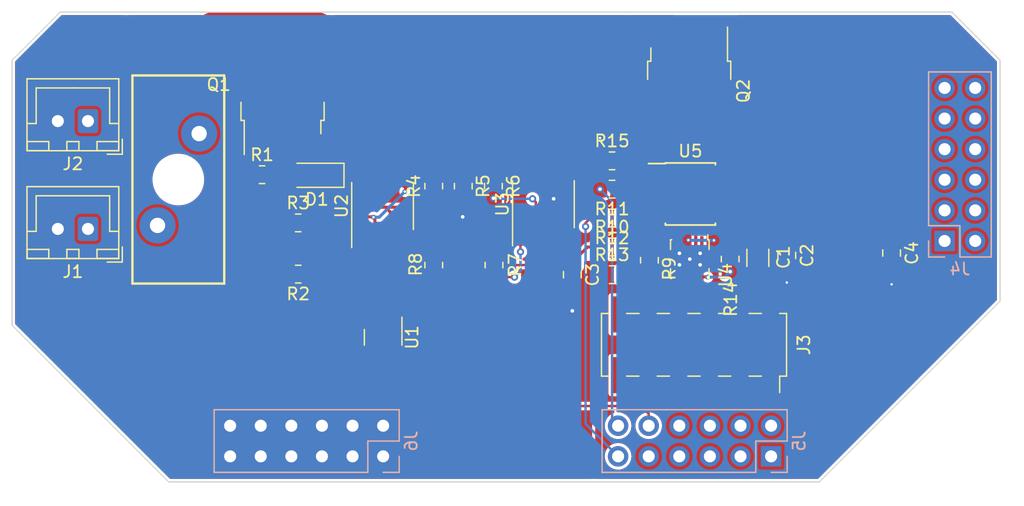
<source format=kicad_pcb>
(kicad_pcb (version 20211014) (generator pcbnew)
  (layers (0 "F.Cu" signal) (31 "B.Cu" signal) (34 "B.Paste" user) (35 "F.Paste" user) (36 "B.SilkS" user "B.Silkscreen") (37 "F.SilkS" user "F.Silkscreen") (38 "B.Mask" user) (39 "F.Mask" user) (44 "Edge.Cuts" user))
  (net 0 "")
  (net 1 "Net-(R9-Pad1)")
  (net 2 "Net-(C1-Pad1)")
  (net 3 "VCC")
  (net 4 "Net-(Q2-Pad1)")
  (net 5 "Net-(R7-Pad1)")
  (net 6 "Net-(R6-Pad2)")
  (net 7 "Net-(R4-Pad2)")
  (net 8 "-BATT")
  (net 9 "Net-(R3-Pad2)")
  (net 10 "Net-(R2-Pad1)")
  (net 11 "Net-(D1-Pad2)")
  (net 12 "/IS")
  (net 13 "Net-(R10-Pad2)")
  (net 14 "Net-(R11-Pad1)")
  (net 15 "/IN")
  (net 16 "Net-(R12-Pad1)")
  (net 17 "/ST1")
  (net 18 "Net-(R14-Pad2)")
  (net 19 "Net-(R15-Pad2)")
  (net 20 "Net-(F1-Pad1)")
  (net 22 "/OUT")
  (net 27 "+12V")
  (net 28 "+5V")
  (net 31 "/EN")
  (net 32 "/PG")
  (net 33 "+BATT")
  (footprint "Package_TO_SOT_SMD:SOT-23" (layer "F.Cu") (at 63.8 108 -90)
    (fp_text reference "U1" (at 0 -2.4 90) (layer "F.SilkS"))
    (fp_text value "TL431DBZ")
    (pad "1" smd roundrect (at -0.9375 -0.95 270) (size 1.475 0.6) (layers "F.Cu" "F.Paste" "F.Mask") (net 10 "Net-(R2-Pad1)"))
    (pad "2" smd roundrect (at -0.9375 0.95 270) (size 1.475 0.6) (layers "F.Cu" "F.Paste" "F.Mask") (net 10 "Net-(R2-Pad1)"))
    (pad "3" smd roundrect (at 0.9375 0 270) (size 1.475 0.6) (layers "F.Cu" "F.Paste" "F.Mask") (net 8 "-BATT"))
  )
  (footprint "Resistor_SMD:R_0805_2012Metric_Pad1.20x1.40mm_HandSolder" (layer "F.Cu") (at 85.9 101.6 -90)
    (fp_text reference "R9" (at 0.7 -1.65 90) (layer "F.SilkS"))
    (fp_text value "10k")
    (pad "1" smd roundrect (at -1 0 270) (size 1.2 1.4) (layers "F.Cu" "F.Paste" "F.Mask") (roundrect_rratio 0.208333) (net 1 "Net-(R9-Pad1)"))
    (pad "2" smd roundrect (at 1 0 270) (size 1.2 1.4) (layers "F.Cu" "F.Paste" "F.Mask") (roundrect_rratio 0.208333) (net 2 "Net-(C1-Pad1)"))
  )
  (footprint "Connector_PinSocket_2.54mm:PinSocket_2x06_P2.54mm_Vertical_SMD" (layer "F.Cu") (at 89.6 108.6175 -90)
    (fp_text reference "J3" (at 0 -9.12 90) (layer "F.SilkS"))
    (fp_text value "5V BUCK")
    (pad "1" smd rect (at 2.52 -6.35 270) (size 3 1) (layers "F.Cu" "F.Paste" "F.Mask") (net 28 "+5V"))
    (pad "2" smd rect (at -2.52 -6.35 270) (size 3 1) (layers "F.Cu" "F.Paste" "F.Mask") (net 28 "+5V"))
    (pad "3" smd rect (at 2.52 -3.81 270) (size 3 1) (layers "F.Cu" "F.Paste" "F.Mask") (net 8 "-BATT"))
    (pad "4" smd rect (at -2.52 -3.81 270) (size 3 1) (layers "F.Cu" "F.Paste" "F.Mask") (net 8 "-BATT"))
    (pad "5" smd rect (at 2.52 -1.27 270) (size 3 1) (layers "F.Cu" "F.Paste" "F.Mask") (net 8 "-BATT"))
    (pad "6" smd rect (at -2.52 -1.27 270) (size 3 1) (layers "F.Cu" "F.Paste" "F.Mask") (net 8 "-BATT"))
    (pad "7" smd rect (at 2.52 1.27 270) (size 3 1) (layers "F.Cu" "F.Paste" "F.Mask") (net 22 "/OUT"))
    (pad "8" smd rect (at -2.52 1.27 270) (size 3 1) (layers "F.Cu" "F.Paste" "F.Mask") (net 22 "/OUT"))
    (pad "9" smd rect (at 2.52 3.81 270) (size 3 1) (layers "F.Cu" "F.Paste" "F.Mask"))
    (pad "10" smd rect (at -2.52 3.81 270) (size 3 1) (layers "F.Cu" "F.Paste" "F.Mask"))
    (pad "11" smd rect (at 2.52 6.35 270) (size 3 1) (layers "F.Cu" "F.Paste" "F.Mask") (net 31 "/EN"))
    (pad "12" smd rect (at -2.52 6.35 270) (size 3 1) (layers "F.Cu" "F.Paste" "F.Mask") (net 32 "/PG"))
  )
  (footprint "Package_TO_SOT_SMD:TO-252-2" (layer "F.Cu") (at 89.2 87.55 -90)
    (fp_text reference "Q2" (at 0 -4.5 90) (layer "F.SilkS"))
    (fp_text value "RV")
    (pad "1" smd rect (at -4.2 -2.28 270) (size 2.2 1.2) (layers "F.Cu" "F.Paste" "F.Mask") (net 4 "Net-(Q2-Pad1)"))
    (pad "2" smd rect (at 2.1 0 270) (size 6.4 5.8) (layers "F.Cu" "F.Mask") (net 2 "Net-(C1-Pad1)"))
    (pad "3" smd rect (at -4.2 2.28 270) (size 2.2 1.2) (layers "F.Cu" "F.Paste" "F.Mask") (net 3 "VCC"))
  )
  (footprint "Resistor_SMD:R_0805_2012Metric_Pad1.20x1.40mm_HandSolder" (layer "F.Cu") (at 82.8 93.35)
    (fp_text reference "R15" (at 0 -1.65) (layer "F.SilkS"))
    (fp_text value "47R")
    (pad "1" smd roundrect (at -1 0) (size 1.2 1.4) (layers "F.Cu" "F.Paste" "F.Mask") (roundrect_rratio 0.208333) (net 8 "-BATT"))
    (pad "2" smd roundrect (at 1 0) (size 1.2 1.4) (layers "F.Cu" "F.Paste" "F.Mask") (roundrect_rratio 0.208333) (net 19 "Net-(R15-Pad2)"))
  )
  (footprint "Diode_SMD:D_SOD-123" (layer "F.Cu") (at 58.3 94.55 180)
    (fp_text reference "D1" (at 0 -2) (layer "F.SilkS"))
    (fp_text value "Z")
    (pad "1" smd rect (at -1.65 0 180) (size 0.9 1.2) (layers "F.Cu" "F.Paste" "F.Mask") (net 3 "VCC"))
    (pad "2" smd rect (at 1.65 0 180) (size 0.9 1.2) (layers "F.Cu" "F.Paste" "F.Mask") (net 11 "Net-(D1-Pad2)"))
  )
  (footprint "Resistor_SMD:R_0805_2012Metric_Pad1.20x1.40mm_HandSolder" (layer "F.Cu") (at 73 102 90)
    (fp_text reference "R7" (at 0 1.75 90) (layer "F.SilkS"))
    (fp_text value "100k")
    (pad "1" smd roundrect (at -1 0 90) (size 1.2 1.4) (layers "F.Cu" "F.Paste" "F.Mask") (roundrect_rratio 0.208333) (net 5 "Net-(R7-Pad1)"))
    (pad "2" smd roundrect (at 1 0 90) (size 1.2 1.4) (layers "F.Cu" "F.Paste" "F.Mask") (roundrect_rratio 0.208333) (net 3 "VCC"))
  )
  (footprint "Capacitor_SMD:C_1206_3216Metric_Pad1.33x1.80mm_HandSolder" (layer "F.Cu") (at 94.9 101.4 -90)
    (fp_text reference "C1" (at -0.05 -2.125 90) (layer "F.SilkS"))
    (fp_text value "1u")
    (pad "1" smd roundrect (at -1.5625 0 270) (size 1.325 1.8) (layers "F.Cu" "F.Paste" "F.Mask") (roundrect_rratio 0.188679) (net 2 "Net-(C1-Pad1)"))
    (pad "2" smd roundrect (at 1.5625 0 270) (size 1.325 1.8) (layers "F.Cu" "F.Paste" "F.Mask") (roundrect_rratio 0.188679) (net 8 "-BATT"))
  )
  (footprint "Resistor_SMD:R_0805_2012Metric_Pad1.20x1.40mm_HandSolder" (layer "F.Cu") (at 56.75 102.75 180)
    (fp_text reference "R2" (at 0 -1.65) (layer "F.SilkS"))
    (fp_text value "1k")
    (pad "1" smd roundrect (at -1 0 180) (size 1.2 1.4) (layers "F.Cu" "F.Paste" "F.Mask") (roundrect_rratio 0.208333) (net 10 "Net-(R2-Pad1)"))
    (pad "2" smd roundrect (at 1 0 180) (size 1.2 1.4) (layers "F.Cu" "F.Paste" "F.Mask") (roundrect_rratio 0.208333) (net 3 "VCC"))
  )
  (footprint "Package_SO:SOIC-8_3.9x4.9mm_P1.27mm" (layer "F.Cu") (at 63.75 97.1 90)
    (fp_text reference "U2" (at 0 -3.4 90) (layer "F.SilkS"))
    (fp_text value "LM393BIDR")
    (pad "1" smd roundrect (at -2.475 -1.905 90) (size 1.95 0.6) (layers "F.Cu" "F.Paste" "F.Mask") (net 5 "Net-(R7-Pad1)"))
    (pad "2" smd roundrect (at -2.475 -0.635 90) (size 1.95 0.6) (layers "F.Cu" "F.Paste" "F.Mask") (net 10 "Net-(R2-Pad1)"))
    (pad "3" smd roundrect (at -2.475 0.635 90) (size 1.95 0.6) (layers "F.Cu" "F.Paste" "F.Mask") (net 9 "Net-(R3-Pad2)"))
    (pad "4" smd roundrect (at -2.475 1.905 90) (size 1.95 0.6) (layers "F.Cu" "F.Paste" "F.Mask") (net 8 "-BATT"))
    (pad "5" smd roundrect (at 2.475 1.905 90) (size 1.95 0.6) (layers "F.Cu" "F.Paste" "F.Mask") (net 10 "Net-(R2-Pad1)"))
    (pad "6" smd roundrect (at 2.475 0.635 90) (size 1.95 0.6) (layers "F.Cu" "F.Paste" "F.Mask") (net 7 "Net-(R4-Pad2)"))
    (pad "7" smd roundrect (at 2.475 -0.635 90) (size 1.95 0.6) (layers "F.Cu" "F.Paste" "F.Mask") (net 6 "Net-(R6-Pad2)"))
    (pad "8" smd roundrect (at 2.475 -1.905 90) (size 1.95 0.6) (layers "F.Cu" "F.Paste" "F.Mask") (net 3 "VCC"))
  )
  (footprint "Resistor_SMD:R_0805_2012Metric_Pad1.20x1.40mm_HandSolder" (layer "F.Cu") (at 72.95 95.45 -90)
    (fp_text reference "R6" (at 0 -1.65 90) (layer "F.SilkS"))
    (fp_text value "100k")
    (pad "1" smd roundrect (at -1 0 270) (size 1.2 1.4) (layers "F.Cu" "F.Paste" "F.Mask") (roundrect_rratio 0.208333) (net 3 "VCC"))
    (pad "2" smd roundrect (at 1 0 270) (size 1.2 1.4) (layers "F.Cu" "F.Paste" "F.Mask") (roundrect_rratio 0.208333) (net 6 "Net-(R6-Pad2)"))
  )
  (footprint "Resistor_SMD:R_0805_2012Metric_Pad1.20x1.40mm_HandSolder" (layer "F.Cu") (at 70.45 95.45 -90)
    (fp_text reference "R5" (at 0 -1.65 90) (layer "F.SilkS"))
    (fp_text value "20k")
    (pad "1" smd roundrect (at -1 0 270) (size 1.2 1.4) (layers "F.Cu" "F.Paste" "F.Mask") (roundrect_rratio 0.208333) (net 7 "Net-(R4-Pad2)"))
    (pad "2" smd roundrect (at 1 0 270) (size 1.2 1.4) (layers "F.Cu" "F.Paste" "F.Mask") (roundrect_rratio 0.208333) (net 8 "-BATT"))
  )
  (footprint "Package_SON:VSON-10-1EP_3x3mm_P0.5mm_EP1.65x2.4mm_ThermalVias" (layer "F.Cu") (at 89.25 101.503022 -90)
    (fp_text reference "U4" (at 1.325755 -2.974245 90) (layer "F.SilkS"))
    (fp_text value "TPS2592xx")
    (pad "1" smd rect (at -1.475 -1 270) (size 0.85 0.28) (layers "F.Cu" "F.Paste" "F.Mask"))
    (pad "2" smd rect (at -1.475 -0.5 270) (size 0.85 0.28) (layers "F.Cu" "F.Paste" "F.Mask") (net 1 "Net-(R9-Pad1)"))
    (pad "3" smd rect (at -1.475 0 270) (size 0.85 0.28) (layers "F.Cu" "F.Paste" "F.Mask") (net 2 "Net-(C1-Pad1)"))
    (pad "4" smd rect (at -1.475 0.5 270) (size 0.85 0.28) (layers "F.Cu" "F.Paste" "F.Mask") (net 2 "Net-(C1-Pad1)"))
    (pad "5" smd rect (at -1.475 1 270) (size 0.85 0.28) (layers "F.Cu" "F.Paste" "F.Mask") (net 2 "Net-(C1-Pad1)"))
    (pad "6" smd rect (at 1.475 1 270) (size 0.85 0.28) (layers "F.Cu" "F.Paste" "F.Mask") (net 22 "/OUT"))
    (pad "7" smd rect (at 1.475 0.5 270) (size 0.85 0.28) (layers "F.Cu" "F.Paste" "F.Mask") (net 22 "/OUT"))
    (pad "8" smd rect (at 1.475 0 270) (size 0.85 0.28) (layers "F.Cu" "F.Paste" "F.Mask") (net 22 "/OUT"))
    (pad "9" smd rect (at 1.475 -0.5 270) (size 0.85 0.28) (layers "F.Cu" "F.Paste" "F.Mask"))
    (pad "10" smd rect (at 1.475 -1 270) (size 0.85 0.28) (layers "F.Cu" "F.Paste" "F.Mask") (net 18 "Net-(R14-Pad2)"))
    (pad "11" thru_hole circle (at 0 0 270) (size 0.6 0.6) (drill 0.3) (layers *.Cu) (net 8 "-BATT"))
    (pad "11" smd rect (at -0.25 -1.55 270) (size 0.28 0.7) (layers "F.Cu" "F.Paste" "F.Mask") (net 8 "-BATT"))
    (pad "11" smd rect (at 0.25 1.55 270) (size 0.28 0.7) (layers "F.Cu" "F.Paste" "F.Mask") (net 8 "-BATT"))
    (pad "11" smd rect (at 0 0 270) (size 1.65 2.4) (layers "F.Cu" "F.Mask") (net 8 "-BATT"))
    (pad "11" thru_hole circle (at -0.48 -0.86 270) (size 0.6 0.6) (drill 0.3) (layers *.Cu) (net 8 "-BATT"))
    (pad "11" smd rect (at 0 0 270) (size 1.65 2.4) (layers "B.Cu") (net 8 "-BATT"))
    (pad "11" smd rect (at -0.25 1.55 270) (size 0.28 0.7) (layers "F.Cu" "F.Paste" "F.Mask") (net 8 "-BATT"))
    (pad "11" thru_hole circle (at 0.48 0.86 270) (size 0.6 0.6) (drill 0.3) (layers *.Cu) (net 8 "-BATT"))
    (pad "11" smd rect (at 0.25 -1.55 270) (size 0.28 0.7) (layers "F.Cu" "F.Paste" "F.Mask") (net 8 "-BATT"))
    (pad "11" thru_hole circle (at 0.48 -0.86 270) (size 0.6 0.6) (drill 0.3) (layers *.Cu) (net 8 "-BATT"))
    (pad "11" thru_hole circle (at -0.48 0.86 270) (size 0.6 0.6) (drill 0.3) (layers *.Cu) (net 8 "-BATT"))
  )
  (footprint "Package_SO:Infineon_PG-TSDSO-14-22" (layer "F.Cu") (at 89.3 96.1)
    (fp_text reference "U5" (at 0 -3.556) (layer "F.SilkS"))
    (fp_text value "BTS7004-1EPP")
    (pad "1" smd rect (at -2.85 -1.95) (size 1.31 0.45) (layers "F.Cu" "F.Paste" "F.Mask") (net 19 "Net-(R15-Pad2)"))
    (pad "2" smd rect (at -2.85 -1.3) (size 1.31 0.45) (layers "F.Cu" "F.Paste" "F.Mask") (net 14 "Net-(R11-Pad1)"))
    (pad "3" smd rect (at -2.85 -0.65) (size 1.31 0.45) (layers "F.Cu" "F.Paste" "F.Mask") (net 16 "Net-(R12-Pad1)"))
    (pad "4" smd rect (at -2.845 0) (size 1.31 0.45) (layers "F.Cu" "F.Paste" "F.Mask") (net 13 "Net-(R10-Pad2)"))
    (pad "5" smd rect (at -2.85 0.65) (size 1.31 0.45) (layers "F.Cu" "F.Paste" "F.Mask"))
    (pad "6" smd rect (at -2.85 1.3) (size 1.31 0.45) (layers "F.Cu" "F.Paste" "F.Mask"))
    (pad "7" smd rect (at -2.85 1.95) (size 1.31 0.45) (layers "F.Cu" "F.Paste" "F.Mask"))
    (pad "8" smd rect (at 2.85 1.95) (size 1.31 0.45) (layers "F.Cu" "F.Paste" "F.Mask") (net 27 "+12V"))
    (pad "9" smd rect (at 2.85 1.3) (size 1.31 0.45) (layers "F.Cu" "F.Paste" "F.Mask") (net 27 "+12V"))
    (pad "10" smd rect (at 2.85 0.65) (size 1.31 0.45) (layers "F.Cu" "F.Paste" "F.Mask") (net 27 "+12V"))
    (pad "11" smd rect (at 2.85 0) (size 1.31 0.45) (layers "F.Cu" "F.Paste" "F.Mask") (net 27 "+12V"))
    (pad "12" smd rect (at 2.85 -0.65) (size 1.31 0.45) (layers "F.Cu" "F.Paste" "F.Mask") (net 27 "+12V"))
    (pad "13" smd rect (at 2.85 -1.3) (size 1.31 0.45) (layers "F.Cu" "F.Paste" "F.Mask") (net 27 "+12V"))
    (pad "14" smd rect (at 2.85 -1.95) (size 1.31 0.45) (layers "F.Cu" "F.Paste" "F.Mask") (net 27 "+12V"))
    (pad "15" smd rect (at 0 0) (size 2.65 4) (layers "F.Cu" "F.Mask") (net 2 "Net-(C1-Pad1)"))
  )
  (footprint "Package_SO:SOIC-8_3.9x4.9mm_P1.27mm" (layer "F.Cu") (at 77.1 96.95 90)
    (fp_text reference "U3" (at 0 -3.4 90) (layer "F.SilkS"))
    (fp_text value "CD40107BPSR")
    (pad "1" smd roundrect (at -2.475 -1.905 90) (size 1.95 0.6) (layers "F.Cu" "F.Paste" "F.Mask") (net 5 "Net-(R7-Pad1)"))
    (pad "2" smd roundrect (at -2.475 -0.635 90) (size 1.95 0.6) (layers "F.Cu" "F.Paste" "F.Mask") (net 6 "Net-(R6-Pad2)"))
    (pad "3" smd roundrect (at -2.475 0.635 90) (size 1.95 0.6) (layers "F.Cu" "F.Paste" "F.Mask") (net 8 "-BATT"))
    (pad "4" smd roundrect (at -2.475 1.905 90) (size 1.95 0.6) (layers "F.Cu" "F.Paste" "F.Mask") (net 4 "Net-(Q2-Pad1)"))
    (pad "5" smd roundrect (at 2.475 1.905 90) (size 1.95 0.6) (layers "F.Cu" "F.Paste" "F.Mask") (net 3 "VCC"))
    (pad "6" smd roundrect (at 2.475 0.635 90) (size 1.95 0.6) (layers "F.Cu" "F.Paste" "F.Mask"))
    (pad "7" smd roundrect (at 2.475 -0.635 90) (size 1.95 0.6) (layers "F.Cu" "F.Paste" "F.Mask"))
    (pad "8" smd roundrect (at 2.475 -1.905 90) (size 1.95 0.6) (layers "F.Cu" "F.Paste" "F.Mask"))
  )
  (footprint "Capacitor_SMD:C_0805_2012Metric_Pad1.18x1.45mm_HandSolder" (layer "F.Cu") (at 97.3 101.2 -90)
    (fp_text reference "C2" (at 0 -1.68 90) (layer "F.SilkS"))
    (fp_text value "100n")
    (pad "1" smd roundrect (at -1.0375 0 270) (size 1.175 1.45) (layers "F.Cu" "F.Paste" "F.Mask") (roundrect_rratio 0.212766) (net 2 "Net-(C1-Pad1)"))
    (pad "2" smd roundrect (at 1.0375 0 270) (size 1.175 1.45) (layers "F.Cu" "F.Paste" "F.Mask") (roundrect_rratio 0.212766) (net 8 "-BATT"))
  )
  (footprint "Resistor_SMD:R_0805_2012Metric_Pad1.20x1.40mm_HandSolder" (layer "F.Cu") (at 56.75 98.5)
    (fp_text reference "R3" (at 0 -1.65) (layer "F.SilkS"))
    (fp_text value "75k")
    (pad "1" smd roundrect (at -1 0) (size 1.2 1.4) (layers "F.Cu" "F.Paste" "F.Mask") (roundrect_rratio 0.208333) (net 3 "VCC"))
    (pad "2" smd roundrect (at 1 0) (size 1.2 1.4) (layers "F.Cu" "F.Paste" "F.Mask") (roundrect_rratio 0.208333) (net 9 "Net-(R3-Pad2)"))
  )
  (footprint "Capacitor_SMD:C_0805_2012Metric_Pad1.18x1.45mm_HandSolder" (layer "F.Cu") (at 79.5 102.8 -90)
    (fp_text reference "C3" (at 0 -1.68 90) (layer "F.SilkS"))
    (fp_text value "100n")
    (pad "1" smd roundrect (at -1.0375 0 270) (size 1.175 1.45) (layers "F.Cu" "F.Paste" "F.Mask") (roundrect_rratio 0.212766) (net 12 "/IS"))
    (pad "2" smd roundrect (at 1.0375 0 270) (size 1.175 1.45) (layers "F.Cu" "F.Paste" "F.Mask") (roundrect_rratio 0.212766) (net 8 "-BATT"))
  )
  (footprint "Capacitor_SMD:C_0805_2012Metric_Pad1.18x1.45mm_HandSolder" (layer "F.Cu") (at 106 101 -90)
    (fp_text reference "C4" (at 0 -1.68 90) (layer "F.SilkS"))
    (fp_text value "10n")
    (pad "1" smd roundrect (at -1.0375 0 270) (size 1.175 1.45) (layers "F.Cu" "F.Paste" "F.Mask") (roundrect_rratio 0.212766) (net 27 "+12V"))
    (pad "2" smd roundrect (at 1.0375 0 270) (size 1.175 1.45) (layers "F.Cu" "F.Paste" "F.Mask") (roundrect_rratio 0.212766) (net 8 "-BATT"))
  )
  (footprint "Package_TO_SOT_SMD:TO-252-2" (layer "F.Cu") (at 55.45 87.525 90)
    (fp_text reference "Q1" (at 0.5 -5.3) (layer "F.SilkS"))
    (fp_text value "RV")
    (pad "1" smd rect (at -4.2 -2.28 90) (size 2.2 1.2) (layers "F.Cu" "F.Paste" "F.Mask") (net 11 "Net-(D1-Pad2)"))
    (pad "2" smd rect (at 2.1 0 90) (size 6.4 5.8) (layers "F.Cu" "F.Mask") (net 20 "Net-(F1-Pad1)"))
    (pad "3" smd rect (at -4.2 2.28 90) (size 2.2 1.2) (layers "F.Cu" "F.Paste" "F.Mask") (net 3 "VCC"))
  )
  (footprint "Resistor_SMD:R_0805_2012Metric_Pad1.20x1.40mm_HandSolder" (layer "F.Cu") (at 68 102 -90)
    (fp_text reference "R8" (at -0.05 1.5 90) (layer "F.SilkS"))
    (fp_text value "1M")
    (pad "1" smd roundrect (at -1 0 270) (size 1.2 1.4) (layers "F.Cu" "F.Paste" "F.Mask") (roundrect_rratio 0.208333) (net 3 "VCC"))
    (pad "2" smd roundrect (at 1 0 270) (size 1.2 1.4) (layers "F.Cu" "F.Paste" "F.Mask") (roundrect_rratio 0.208333) (net 4 "Net-(Q2-Pad1)"))
  )
  (footprint "Connector_JST:JST_XH_B2B-XH-A_1x02_P2.50mm_Vertical" (layer "F.Cu") (at 39.3 90.05 180)
    (fp_text reference "J2" (at 1.25 -3.55) (layer "F.SilkS"))
    (fp_text value "BATT_2")
    (pad "1" thru_hole roundrect (at 0 0 180) (size 1.7 2) (drill 1) (layers *.Cu *.Mask) (roundrect_rratio 0.147059) (net 33 "+BATT"))
    (pad "2" thru_hole oval (at 2.5 0 180) (size 1.7 2) (drill 1) (layers *.Cu *.Mask) (net 8 "-BATT"))
  )
  (footprint "Resistor_SMD:R_0805_2012Metric_Pad1.20x1.40mm_HandSolder" (layer "F.Cu") (at 82.8 98.1 180)
    (fp_text reference "R12" (at 0 -1.65) (layer "F.SilkS"))
    (fp_text value "4.7k")
    (pad "1" smd roundrect (at -1 0 180) (size 1.2 1.4) (layers "F.Cu" "F.Paste" "F.Mask") (roundrect_rratio 0.208333) (net 16 "Net-(R12-Pad1)"))
    (pad "2" smd roundrect (at 1 0 180) (size 1.2 1.4) (layers "F.Cu" "F.Paste" "F.Mask") (roundrect_rratio 0.208333) (net 17 "/ST1"))
  )
  (footprint "Resistor_SMD:R_0805_2012Metric_Pad1.20x1.40mm_HandSolder" (layer "F.Cu") (at 82.8 95.7 180)
    (fp_text reference "R11" (at 0 -1.65) (layer "F.SilkS"))
    (fp_text value "4.7k")
    (pad "1" smd roundrect (at -1 0 180) (size 1.2 1.4) (layers "F.Cu" "F.Paste" "F.Mask") (roundrect_rratio 0.208333) (net 14 "Net-(R11-Pad1)"))
    (pad "2" smd roundrect (at 1 0 180) (size 1.2 1.4) (layers "F.Cu" "F.Paste" "F.Mask") (roundrect_rratio 0.208333) (net 15 "/IN"))
  )
  (footprint "BUCKY_POWER:01530008" (layer "F.Cu") (at 46.8 94.9)
    (fp_text reference "F1" (at 0.05 0) (layer "F.SilkS") (effects (font (size 1.27 1.27) (thickness 0.254))))
    (fp_text value "Fuse" hide)
    (pad "" np_thru_hole circle (at 0 0) (size 3.7846 3.7846) (drill 3.7846) (layers *.Cu *.Mask))
    (pad "1" thru_hole circle (at 1.7272 -3.81) (size 3 3) (drill 1.27) (layers *.Cu *.Mask) (net 20 "Net-(F1-Pad1)"))
    (pad "2" thru_hole circle (at -1.7272 3.81) (size 3 3) (drill 1.27) (layers *.Cu *.Mask) (net 33 "+BATT"))
  )
  (footprint "Resistor_SMD:R_0805_2012Metric_Pad1.20x1.40mm_HandSolder" (layer "F.Cu") (at 92.6 101.5 -90)
    (fp_text reference "R14" (at 3.35 -0.05 90) (layer "F.SilkS"))
    (fp_text value "68k")
    (pad "1" smd roundrect (at -1 0 270) (size 1.2 1.4) (layers "F.Cu" "F.Paste" "F.Mask") (roundrect_rratio 0.208333) (net 2 "Net-(C1-Pad1)"))
    (pad "2" smd roundrect (at 1 0 270) (size 1.2 1.4) (layers "F.Cu" "F.Paste" "F.Mask") (roundrect_rratio 0.208333) (net 18 "Net-(R14-Pad2)"))
  )
  (footprint "Resistor_SMD:R_0805_2012Metric_Pad1.20x1.40mm_HandSolder" (layer "F.Cu") (at 82.8 100.5)
    (fp_text reference "R10" (at 0 -1.65) (layer "F.SilkS"))
    (fp_text value "4.7k")
    (pad "1" smd roundrect (at -1 0) (size 1.2 1.4) (layers "F.Cu" "F.Paste" "F.Mask") (roundrect_rratio 0.208333) (net 12 "/IS"))
    (pad "2" smd roundrect (at 1 0) (size 1.2 1.4) (layers "F.Cu" "F.Paste" "F.Mask") (roundrect_rratio 0.208333) (net 13 "Net-(R10-Pad2)"))
  )
  (footprint "Connector_JST:JST_XH_B2B-XH-A_1x02_P2.50mm_Vertical" (layer "F.Cu") (at 39.3 99 180)
    (fp_text reference "J1" (at 1.25 -3.55) (layer "F.SilkS"))
    (fp_text value "BATT_1")
    (pad "1" thru_hole roundrect (at 0 0 180) (size 1.7 2) (drill 1) (layers *.Cu *.Mask) (roundrect_rratio 0.147059) (net 33 "+BATT"))
    (pad "2" thru_hole oval (at 2.5 0 180) (size 1.7 2) (drill 1) (layers *.Cu *.Mask) (net 8 "-BATT"))
  )
  (footprint "Resistor_SMD:R_0805_2012Metric_Pad1.20x1.40mm_HandSolder" (layer "F.Cu") (at 68 95.45 90)
    (fp_text reference "R4" (at 0 -1.65 90) (layer "F.SilkS"))
    (fp_text value "10k")
    (pad "1" smd roundrect (at -1 0 90) (size 1.2 1.4) (layers "F.Cu" "F.Paste" "F.Mask") (roundrect_rratio 0.208333) (net 9 "Net-(R3-Pad2)"))
    (pad "2" smd roundrect (at 1 0 90) (size 1.2 1.4) (layers "F.Cu" "F.Paste" "F.Mask") (roundrect_rratio 0.208333) (net 7 "Net-(R4-Pad2)"))
  )
  (footprint "Resistor_SMD:R_0805_2012Metric_Pad1.20x1.40mm_HandSolder" (layer "F.Cu") (at 53.75 94.5)
    (fp_text reference "R1" (at 0 -1.65) (layer "F.SilkS"))
    (fp_text value "10k")
    (pad "1" smd roundrect (at -1 0) (size 1.2 1.4) (layers "F.Cu" "F.Paste" "F.Mask") (roundrect_rratio 0.208333) (net 8 "-BATT"))
    (pad "2" smd roundrect (at 1 0) (size 1.2 1.4) (layers "F.Cu" "F.Paste" "F.Mask") (roundrect_rratio 0.208333) (net 11 "Net-(D1-Pad2)"))
  )
  (footprint "Resistor_SMD:R_0805_2012Metric_Pad1.20x1.40mm_HandSolder" (layer "F.Cu") (at 82.8 102.8)
    (fp_text reference "R13" (at 0 -1.65) (layer "F.SilkS"))
    (fp_text value "1.2k")
    (pad "1" smd roundrect (at -1 0) (size 1.2 1.4) (layers "F.Cu" "F.Paste" "F.Mask") (roundrect_rratio 0.208333) (net 8 "-BATT"))
    (pad "2" smd roundrect (at 1 0) (size 1.2 1.4) (layers "F.Cu" "F.Paste" "F.Mask") (roundrect_rratio 0.208333) (net 13 "Net-(R10-Pad2)"))
  )
  (footprint "Connector_PinHeader_2.54mm:PinHeader_2x06_P2.54mm_Vertical" (layer "B.Cu") (at 63.8 117.875 90)
    (fp_text reference "J6" (at 1.27 2.33 90) (layer "B.SilkS") (effects (justify mirror)))
    (fp_text value "GND")
    (pad "1" thru_hole rect (at 0 0 90) (size 1.7 1.7) (drill 1) (layers *.Cu *.Mask) (net 8 "-BATT"))
    (pad "2" thru_hole oval (at 2.54 0 90) (size 1.7 1.7) (drill 1) (layers *.Cu *.Mask) (net 8 "-BATT"))
    (pad "3" thru_hole oval (at 0 -2.54 90) (size 1.7 1.7) (drill 1) (layers *.Cu *.Mask) (net 8 "-BATT"))
    (pad "4" thru_hole oval (at 2.54 -2.54 90) (size 1.7 1.7) (drill 1) (layers *.Cu *.Mask) (net 8 "-BATT"))
    (pad "5" thru_hole oval (at 0 -5.08 90) (size 1.7 1.7) (drill 1) (layers *.Cu *.Mask) (net 8 "-BATT"))
    (pad "6" thru_hole oval (at 2.54 -5.08 90) (size 1.7 1.7) (drill 1) (layers *.Cu *.Mask) (net 8 "-BATT"))
    (pad "7" thru_hole oval (at 0 -7.62 90) (size 1.7 1.7) (drill 1) (layers *.Cu *.Mask) (net 8 "-BATT"))
    (pad "8" thru_hole oval (at 2.54 -7.62 90) (size 1.7 1.7) (drill 1) (layers *.Cu *.Mask) (net 8 "-BATT"))
    (pad "9" thru_hole oval (at 0 -10.16 90) (size 1.7 1.7) (drill 1) (layers *.Cu *.Mask) (net 8 "-BATT"))
    (pad "10" thru_hole oval (at 2.54 -10.16 90) (size 1.7 1.7) (drill 1) (layers *.Cu *.Mask) (net 8 "-BATT"))
    (pad "11" thru_hole oval (at 0 -12.7 90) (size 1.7 1.7) (drill 1) (layers *.Cu *.Mask) (net 8 "-BATT"))
    (pad "12" thru_hole oval (at 2.54 -12.7 90) (size 1.7 1.7) (drill 1) (layers *.Cu *.Mask) (net 8 "-BATT"))
  )
  (footprint "Connector_PinHeader_2.54mm:PinHeader_2x06_P2.54mm_Vertical" (layer "B.Cu") (at 110.4 100)
    (fp_text reference "J4" (at 1.27 2.33) (layer "B.SilkS") (effects (justify mirror)))
    (fp_text value "12V")
    (pad "1" thru_hole rect (at 0 0) (size 1.7 1.7) (drill 1) (layers *.Cu *.Mask) (net 27 "+12V"))
    (pad "2" thru_hole oval (at 2.54 0) (size 1.7 1.7) (drill 1) (layers *.Cu *.Mask) (net 27 "+12V"))
    (pad "3" thru_hole oval (at 0 -2.54) (size 1.7 1.7) (drill 1) (layers *.Cu *.Mask) (net 27 "+12V"))
    (pad "4" thru_hole oval (at 2.54 -2.54) (size 1.7 1.7) (drill 1) (layers *.Cu *.Mask) (net 27 "+12V"))
    (pad "5" thru_hole oval (at 0 -5.08) (size 1.7 1.7) (drill 1) (layers *.Cu *.Mask) (net 27 "+12V"))
    (pad "6" thru_hole oval (at 2.54 -5.08) (size 1.7 1.7) (drill 1) (layers *.Cu *.Mask) (net 27 "+12V"))
    (pad "7" thru_hole oval (at 0 -7.62) (size 1.7 1.7) (drill 1) (layers *.Cu *.Mask) (net 27 "+12V"))
    (pad "8" thru_hole oval (at 2.54 -7.62) (size 1.7 1.7) (drill 1) (layers *.Cu *.Mask) (net 27 "+12V"))
    (pad "9" thru_hole oval (at 0 -10.16) (size 1.7 1.7) (drill 1) (layers *.Cu *.Mask) (net 27 "+12V"))
    (pad "10" thru_hole oval (at 2.54 -10.16) (size 1.7 1.7) (drill 1) (layers *.Cu *.Mask) (net 27 "+12V"))
    (pad "11" thru_hole oval (at 0 -12.7) (size 1.7 1.7) (drill 1) (layers *.Cu *.Mask) (net 27 "+12V"))
    (pad "12" thru_hole oval (at 2.54 -12.7) (size 1.7 1.7) (drill 1) (layers *.Cu *.Mask) (net 27 "+12V"))
  )
  (footprint "Connector_PinHeader_2.54mm:PinHeader_2x06_P2.54mm_Vertical" (layer "B.Cu") (at 96 117.875 90)
    (fp_text reference "J5" (at 1.27 2.33 90) (layer "B.SilkS") (effects (justify mirror)))
    (fp_text value "5V")
    (pad "1" thru_hole rect (at 0 0 90) (size 1.7 1.7) (drill 1) (layers *.Cu *.Mask) (net 28 "+5V"))
    (pad "2" thru_hole oval (at 2.54 0 90) (size 1.7 1.7) (drill 1) (layers *.Cu *.Mask) (net 28 "+5V"))
    (pad "3" thru_hole oval (at 0 -2.54 90) (size 1.7 1.7) (drill 1) (layers *.Cu *.Mask) (net 28 "+5V"))
    (pad "4" thru_hole oval (at 2.54 -2.54 90) (size 1.7 1.7) (drill 1) (layers *.Cu *.Mask) (net 28 "+5V"))
    (pad "5" thru_hole oval (at 0 -5.08 90) (size 1.7 1.7) (drill 1) (layers *.Cu *.Mask) (net 28 "+5V"))
    (pad "6" thru_hole oval (at 2.54 -5.08 90) (size 1.7 1.7) (drill 1) (layers *.Cu *.Mask) (net 28 "+5V"))
    (pad "7" thru_hole oval (at 0 -7.62 90) (size 1.7 1.7) (drill 1) (layers *.Cu *.Mask) (net 28 "+5V"))
    (pad "8" thru_hole oval (at 2.54 -7.62 90) (size 1.7 1.7) (drill 1) (layers *.Cu *.Mask) (net 28 "+5V"))
    (pad "9" thru_hole oval (at 0 -10.16 90) (size 1.7 1.7) (drill 1) (layers *.Cu *.Mask) (net 28 "+5V"))
    (pad "10" thru_hole oval (at 2.54 -10.16 90) (size 1.7 1.7) (drill 1) (layers *.Cu *.Mask) (net 12 "/IS"))
    (pad "11" thru_hole oval (at 0 -12.7 90) (size 1.7 1.7) (drill 1) (layers *.Cu *.Mask) (net 17 "/ST1"))
    (pad "12" thru_hole oval (at 2.54 -12.7 90) (size 1.7 1.7) (drill 1) (layers *.Cu *.Mask) (net 15 "/IN"))
  )
  (gr_line (start 33 85) (end 37 81) (layer "Edge.Cuts") (width 0.1))
  (gr_line (start 84 81) (end 59 81) (layer "Edge.Cuts") (width 0.1))
  (gr_line (start 111 81) (end 84 81) (layer "Edge.Cuts") (width 0.1))
  (gr_line (start 33 85) (end 33 107) (layer "Edge.Cuts") (width 0.1))
  (gr_line (start 33 107) (end 46 120) (layer "Edge.Cuts") (width 0.1))
  (gr_line (start 115 105) (end 100 120) (layer "Edge.Cuts") (width 0.1))
  (gr_line (start 111 81) (end 115 85) (layer "Edge.Cuts") (width 0.1))
  (gr_line (start 115 85) (end 115 105) (layer "Edge.Cuts") (width 0.1))
  (gr_line (start 59 81) (end 37 81) (layer "Edge.Cuts") (width 0.1))
  (gr_line (start 100 120) (end 46 120) (layer "Edge.Cuts") (width 0.1))
  (segment (start 89.6 99.1) (end 89.75 99.25) (width 0.2) (layer "F.Cu") (net 1))
  (segment (start 86.1 99.1) (end 89.6 99.1) (width 0.2) (layer "F.Cu") (net 1))
  (segment (start 85.9 99.3) (end 86.1 99.1) (width 0.2) (layer "F.Cu") (net 1))
  (segment (start 89.75 99.25) (end 89.75 100.028022) (width 0.2) (layer "F.Cu") (net 1))
  (segment (start 85.9 100.6) (end 85.9 99.3) (width 0.2) (layer "F.Cu") (net 1))
  (segment (start 88.425755 100.201511) (end 89.025755 100.201511) (width 0.254) (layer "F.Cu") (net 2))
  (segment (start 87.925755 100.251511) (end 87.925755 100.226511) (width 0.254) (layer "F.Cu") (net 2))
  (segment (start 86.75 102.15) (end 86.75 101.327138) (width 0.2) (layer "F.Cu") (net 2))
  (segment (start 89.225755 99.603022) (end 88.074244 99.603022) (width 0.254) (layer "F.Cu") (net 2))
  (segment (start 89.259244 100.351511) (end 89.225755 100.318022) (width 0.254) (layer "F.Cu") (net 2))
  (segment (start 89.259244 99.893022) (end 89.259244 99.651511) (width 0.254) (layer "F.Cu") (net 2))
  (segment (start 87.925755 100.226511) (end 88.225755 99.926511) (width 0.254) (layer "F.Cu") (net 2))
  (segment (start 89.225755 100.318022) (end 89.225755 99.926511) (width 0.254) (layer "F.Cu") (net 2))
  (segment (start 91.8 100.5) (end 91.25 99.95) (width 0.254) (layer "F.Cu") (net 2))
  (segment (start 87.925755 99.751511) (end 87.925755 100.251511) (width 0.254) (layer "F.Cu") (net 2))
  (segment (start 89.259244 99.918022) (end 89.259244 99.607345) (width 0.254) (layer "F.Cu") (net 2))
  (segment (start 88.225755 100.001511) (end 88.425755 100.201511) (width 0.254) (layer "F.Cu") (net 2))
  (segment (start 87.925755 100.251511) (end 88.025755 100.351511) (width 0.254) (layer "F.Cu") (net 2))
  (segment (start 89.225755 99.926511) (end 89.259244 99.96) (width 0.254) (layer "F.Cu") (net 2))
  (segment (start 86.89952 101.177618) (end 86.89952 100.60048) (width 0.2) (layer "F.Cu") (net 2))
  (segment (start 86.75 101.327138) (end 86.89952 101.177618) (width 0.2) (layer "F.Cu") (net 2))
  (segment (start 86.3 102.6) (end 86.75 102.15) (width 0.2) (layer "F.Cu") (net 2))
  (segment (start 88.025755 100.351511) (end 89.259244 100.351511) (width 0.254) (layer "F.Cu") (net 2))
  (segment (start 89.259244 99.96) (end 89.259244 100.351849) (width 0.254) (layer "F.Cu") (net 2))
  (segment (start 89.225755 99.926511) (end 89.250755 99.926511) (width 0.254) (layer "F.Cu") (net 2))
  (segment (start 87.471978 100.028022) (end 88.25 100.028022) (width 0.2) (layer "F.Cu") (net 2))
  (segment (start 92.6 100.5) (end 91.8 100.5) (width 0.254) (layer "F.Cu") (net 2))
  (segment (start 85.9 102.6) (end 86.3 102.6) (width 0.2) (layer "F.Cu") (net 2))
  (segment (start 88.074244 99.603022) (end 87.925755 99.751511) (width 0.254) (layer "F.Cu") (net 2))
  (segment (start 88.225755 99.926511) (end 88.225755 100.001511) (width 0.254) (layer "F.Cu") (net 2))
  (segment (start 89.225755 99.926511) (end 89.259244 99.893022) (width 0.254) (layer "F.Cu") (net 2))
  (segment (start 88.225755 99.926511) (end 89.130244 99.926511) (width 0.512) (layer "F.Cu") (net 2))
  (segment (start 86.89952 100.60048) (end 87.471978 100.028022) (width 0.2) (layer "F.Cu") (net 2))
  (segment (start 89.250755 99.926511) (end 89.259244 99.918022) (width 0.254) (layer "F.Cu") (net 2))
  (via (at 89.130244 99.926511) (size 0.4) (drill 0.2) (layers "F.Cu" "B.Cu") (net 2))
  (via (at 91.25 99.95) (size 0.4) (drill 0.2) (layers "F.Cu" "B.Cu") (net 2))
  (segment (start 91.25 99.95) (end 89.153733 99.95) (width 0.254) (layer "B.Cu") (net 2))
  (segment (start 89.153733 99.95) (end 89.130244 99.926511) (width 0.254) (layer "B.Cu") (net 2))
  (segment (start 61.77 94.55) (end 59.95 94.55) (width 0.512) (layer "F.Cu") (net 3))
  (segment (start 79.005 94.475) (end 79.005 92.587045) (width 0.254) (layer "F.Cu") (net 3))
  (segment (start 61.845 94.625) (end 61.77 94.55) (width 0.512) (layer "F.Cu") (net 3))
  (segment (start 55.75 98.5) (end 55.75 102.75) (width 0.512) (layer "F.Cu") (net 3))
  (segment (start 73 101) (end 68 101) (width 0.512) (layer "F.Cu") (net 3))
  (segment (start 58.45 94.55) (end 55.75 97.25) (width 0.512) (layer "F.Cu") (net 3))
  (segment (start 79.005 92.587045) (end 79.151104 92.440941) (width 0.254) (layer "F.Cu") (net 3))
  (segment (start 59.95 94.55) (end 58.45 94.55) (width 0.512) (layer "F.Cu") (net 3))
  (segment (start 72.95 94.45) (end 74.10552 95.60552) (width 0.512) (layer "F.Cu") (net 3))
  (segment (start 55.75 97.25) (end 55.75 98.5) (width 0.512) (layer "F.Cu") (net 3))
  (segment (start 74.10552 99.89448) (end 73 101) (width 0.512) (layer "F.Cu") (net 3))
  (segment (start 74.10552 95.60552) (end 74.10552 99.89448) (width 0.512) (layer "F.Cu") (net 3))
  (segment (start 69.25 103) (end 68 103) (width 0.2) (layer "F.Cu") (net 4))
  (segment (start 79.005 100.245) (end 77.25 102) (width 0.2) (layer "F.Cu") (net 4))
  (segment (start 79.005 99.425) (end 79.005 97.445) (width 0.2) (layer "F.Cu") (net 4))
  (segment (start 77.25 102) (end 70.25 102) (width 0.2) (layer "F.Cu") (net 4))
  (segment (start 80.4 96.05) (end 80.4 88.95) (width 0.2) (layer "F.Cu") (net 4))
  (segment (start 79.005 97.445) (end 80.4 96.05) (width 0.2) (layer "F.Cu") (net 4))
  (segment (start 91.48 84.72) (end 91.48 83.35) (width 0.2) (layer "F.Cu") (net 4))
  (segment (start 83.6 85.75) (end 90.45 85.75) (width 0.2) (layer "F.Cu") (net 4))
  (segment (start 79.005 99.425) (end 79.005 100.245) (width 0.2) (layer "F.Cu") (net 4))
  (segment (start 80.4 88.95) (end 83.6 85.75) (width 0.2) (layer "F.Cu") (net 4))
  (segment (start 70.25 102) (end 69.25 103) (width 0.2) (layer "F.Cu") (net 4))
  (segment (start 90.45 85.75) (end 91.48 84.72) (width 0.2) (layer "F.Cu") (net 4))
  (segment (start 75.195 100.895) (end 75.2 100.9) (width 0.2) (layer "F.Cu") (net 5))
  (segment (start 73 104.25) (end 72.25 105) (width 0.512) (layer "F.Cu") (net 5))
  (segment (start 73 103) (end 73 104.25) (width 0.512) (layer "F.Cu") (net 5))
  (segment (start 62.75 105) (end 61.845 104.095) (width 0.512) (layer "F.Cu") (net 5))
  (segment (start 61.845 104.095) (end 61.845 99.575) (width 0.512) (layer "F.Cu") (net 5))
  (segment (start 74.7 103) (end 73 103) (width 0.2) (layer "F.Cu") (net 5))
  (segment (start 75.195 99.425) (end 75.195 100.895) (width 0.2) (layer "F.Cu") (net 5))
  (segment (start 72.25 105) (end 62.75 105) (width 0.512) (layer "F.Cu") (net 5))
  (via (at 75.2 100.9) (size 0.6) (drill 0.3) (layers "F.Cu" "B.Cu") (net 5))
  (via (at 74.7 103) (size 0.6) (drill 0.3) (layers "F.Cu" "B.Cu") (net 5))
  (segment (start 75.2 100.9) (end 75.2 102.5) (width 0.2) (layer "B.Cu") (net 5))
  (segment (start 75.2 102.5) (end 74.7 103) (width 0.2) (layer "B.Cu") (net 5))
  (segment (start 63.115 94.270474) (end 64.434514 92.95096) (width 0.2) (layer "F.Cu") (net 6))
  (segment (start 76.465 96.765) (end 76.2 96.5) (width 0.2) (layer "F.Cu") (net 6))
  (segment (start 71.8 96) (end 72.25 96.45) (width 0.2) (layer "F.Cu") (net 6))
  (segment (start 68.165006 93.4) (end 71.5 93.4) (width 0.2) (layer "F.Cu") (net 6))
  (segment (start 64.765487 92.950961) (end 67.715967 92.950961) (width 0.2) (layer "F.Cu") (net 6))
  (segment (start 72.25 96.45) (end 72.95 96.45) (width 0.2) (layer "F.Cu") (net 6))
  (segment (start 71.8 93.7) (end 71.8 96) (width 0.2) (layer "F.Cu") (net 6))
  (segment (start 76.465 99.425) (end 76.465 96.765) (width 0.2) (layer "F.Cu") (net 6))
  (segment (start 71.5 93.4) (end 71.8 93.7) (width 0.2) (layer "F.Cu") (net 6))
  (segment (start 67.715967 92.950961) (end 68.165006 93.4) (width 0.2) (layer "F.Cu") (net 6))
  (segment (start 63.115 94.625) (end 63.115 94.270474) (width 0.2) (layer "F.Cu") (net 6))
  (segment (start 64.434514 92.95096) (end 64.765487 92.950961) (width 0.2) (layer "F.Cu") (net 6))
  (via (at 76.2 96.5) (size 0.6) (drill 0.3) (layers "F.Cu" "B.Cu") (net 6))
  (via (at 72.95 96.45) (size 0.6) (drill 0.3) (layers "F.Cu" "B.Cu") (net 6))
  (segment (start 73 96.5) (end 72.95 96.45) (width 0.2) (layer "B.Cu") (net 6))
  (segment (start 76.2 96.5) (end 73 96.5) (width 0.2) (layer "B.Cu") (net 6))
  (segment (start 64.385 93.56548) (end 64.6 93.35048) (width 0.2) (layer "F.Cu") (net 7))
  (segment (start 68 93.8) (end 68 94.45) (width 0.2) (layer "F.Cu") (net 7))
  (segment (start 64.385 94.625) (end 64.385 93.56548) (width 0.2) (layer "F.Cu") (net 7))
  (segment (start 64.6 93.35048) (end 67.55048 93.35048) (width 0.2) (layer "F.Cu") (net 7))
  (segment (start 68 94.45) (end 70.45 94.45) (width 0.2) (layer "F.Cu") (net 7))
  (segment (start 67.55048 93.35048) (end 68 93.8) (width 0.2) (layer "F.Cu") (net 7))
  (segment (start 79.5 103.8375) (end 79.5 105.8) (width 0.254) (layer "F.Cu") (net 8))
  (segment (start 77.735 99.425) (end 77.735 96.715) (width 0.254) (layer "F.Cu") (net 8))
  (segment (start 81.8 93.35) (end 81.8 91.45) (width 0.254) (layer "F.Cu") (net 8))
  (segment (start 97.3 102.2375) (end 97.3 103.45) (width 0.254) (layer "F.Cu") (net 8))
  (segment (start 70.45 96.45) (end 70.45 97.95) (width 0.254) (layer "F.Cu") (net 8))
  (segment (start 77.735 96.715) (end 77.95 96.5) (width 0.254) (layer "F.Cu") (net 8))
  (segment (start 106 102.0375) (end 106 103.6) (width 0.254) (layer "F.Cu") (net 8))
  (segment (start 70.45 97.95) (end 70.4 98) (width 0.254) (layer "F.Cu") (net 8))
  (via (at 81.8 91.45) (size 0.4) (drill 0.2) (layers "F.Cu" "B.Cu") (net 8))
  (via (at 77.95 96.5) (size 0.6) (drill 0.3) (layers "F.Cu" "B.Cu") (net 8))
  (via (at 97.3 103.45) (size 0.4) (drill 0.2) (layers "F.Cu" "B.Cu") (net 8))
  (via (at 70.4 98) (size 0.6) (drill 0.3) (layers "F.Cu" "B.Cu") (net 8))
  (via (at 79.5 105.8) (size 0.6) (drill 0.3) (layers "F.Cu" "B.Cu") (net 8))
  (via (at 106 103.6) (size 0.4) (drill 0.2) (layers "F.Cu" "B.Cu") (net 8))
  (segment (start 64.385 97.585) (end 64.385 99.575) (width 0.254) (layer "F.Cu") (net 9))
  (segment (start 68 96.45) (end 67.25 97.2) (width 0.254) (layer "F.Cu") (net 9))
  (segment (start 59.05 97.2) (end 57.75 98.5) (width 0.254) (layer "F.Cu") (net 9))
  (segment (start 67.25 97.2) (end 64 97.2) (width 0.254) (layer "F.Cu") (net 9))
  (segment (start 64 97.2) (end 59.05 97.2) (width 0.254) (layer "F.Cu") (net 9))
  (segment (start 64 97.2) (end 64.385 97.585) (width 0.254) (layer "F.Cu") (net 9))
  (segment (start 57.75 106) (end 58.8125 107.0625) (width 0.512) (layer "F.Cu") (net 10))
  (segment (start 65.655 95.845) (end 65.6 95.9) (width 0.254) (layer "F.Cu") (net 10))
  (segment (start 58.8125 107.0625) (end 62.85 107.0625) (width 0.512) (layer "F.Cu") (net 10))
  (segment (start 60.5 98) (end 57.75 100.75) (width 0.254) (layer "F.Cu") (net 10))
  (segment (start 63.115 99.575) (end 63.115 98.115) (width 0.254) (layer "F.Cu") (net 10))
  (segment (start 57.75 100.75) (end 57.75 102.75) (width 0.254) (layer "F.Cu") (net 10))
  (segment (start 64.75 107.0625) (end 62.85 107.0625) (width 0.512) (layer "F.Cu") (net 10))
  (segment (start 63 98) (end 60.5 98) (width 0.254) (layer "F.Cu") (net 10))
  (segment (start 65.655 94.625) (end 65.655 95.845) (width 0.254) (layer "F.Cu") (net 10))
  (segment (start 57.75 102.75) (end 57.75 106) (width 0.512) (layer "F.Cu") (net 10))
  (segment (start 63.115 98.115) (end 63 98) (width 0.254) (layer "F.Cu") (net 10))
  (via (at 65.6 95.9) (size 0.4) (drill 0.2) (layers "F.Cu" "B.Cu") (net 10))
  (via (at 63 98.0265) (size 0.4) (drill 0.2) (layers "F.Cu" "B.Cu") (net 10))
  (segment (start 63.4735 98.0265) (end 63 98.0265) (width 0.254) (layer "B.Cu") (net 10))
  (segment (start 65.6 95.9) (end 63.4735 98.0265) (width 0.254) (layer "B.Cu") (net 10))
  (segment (start 54.75 94.5) (end 56.6 94.5) (width 0.254) (layer "F.Cu") (net 11))
  (segment (start 56.6 94.5) (end 56.65 94.55) (width 0.254) (layer "F.Cu") (net 11))
  (segment (start 54.75 92.15) (end 54.75 94.5) (width 0.254) (layer "F.Cu") (net 11))
  (segment (start 53.17 91.725) (end 54.325 91.725) (width 0.254) (layer "F.Cu") (net 11))
  (segment (start 54.325 91.725) (end 54.75 92.15) (width 0.254) (layer "F.Cu") (net 11))
  (segment (start 79.6 113.7) (end 77.7 111.8) (width 0.2) (layer "F.Cu") (net 12))
  (segment (start 85.84 114.34) (end 85.2 113.7) (width 0.2) (layer "F.Cu") (net 12))
  (segment (start 80.7625 100.5) (end 81.8 100.5) (width 0.254) (layer "F.Cu") (net 12))
  (segment (start 78.3375 101.7625) (end 79.5 101.7625) (width 0.2) (layer "F.Cu") (net 12))
  (segment (start 85.2 113.7) (end 79.6 113.7) (width 0.2) (layer "F.Cu") (net 12))
  (segment (start 79.5 101.7625) (end 80.7625 100.5) (width 0.254) (layer "F.Cu") (net 12))
  (segment (start 77.7 102.4) (end 78.3375 101.7625) (width 0.2) (layer "F.Cu") (net 12))
  (segment (start 77.7 111.8) (end 77.7 102.4) (width 0.2) (layer "F.Cu") (net 12))
  (segment (start 85.84 115.335) (end 85.84 114.34) (width 0.2) (layer "F.Cu") (net 12))
  (segment (start 83.8 100.5) (end 85.18004 99.11996) (width 0.254) (layer "F.Cu") (net 13))
  (segment (start 85.18004 99.11996) (end 85.18004 96.486938) (width 0.254) (layer "F.Cu") (net 13))
  (segment (start 85.18004 96.486938) (end 85.566978 96.1) (width 0.254) (layer "F.Cu") (net 13))
  (segment (start 85.566978 96.1) (end 86.455 96.1) (width 0.254) (layer "F.Cu") (net 13))
  (segment (start 83.8 102.8) (end 83.8 100.5) (width 0.254) (layer "F.Cu") (net 13))
  (segment (start 83.8 95.7) (end 84.7 94.8) (width 0.254) (layer "F.Cu") (net 14))
  (segment (start 84.7 94.8) (end 86.45 94.8) (width 0.254) (layer "F.Cu") (net 14))
  (via (at 81.8 95.7) (size 0.6) (drill 0.3) (layers "F.Cu" "B.Cu") (net 15))
  (segment (start 82.8 114.835) (end 82.8 96.7) (width 0.2) (layer "B.Cu") (net 15))
  (segment (start 82.8 96.7) (end 81.8 95.7) (width 0.2) (layer "B.Cu") (net 15))
  (segment (start 83.3 115.335) (end 82.8 114.835) (width 0.2) (layer "B.Cu") (net 15))
  (segment (start 85.05 95.45) (end 86.45 95.45) (width 0.254) (layer "F.Cu") (net 16))
  (segment (start 84.72652 97.17348) (end 84.72652 95.77348) (width 0.254) (layer "F.Cu") (net 16))
  (segment (start 83.8 98.1) (end 84.72652 97.17348) (width 0.254) (layer "F.Cu") (net 16))
  (segment (start 84.72652 95.77348) (end 85.05 95.45) (width 0.254) (layer "F.Cu") (net 16))
  (segment (start 80.6 98.5) (end 81 98.1) (width 0.2) (layer "F.Cu") (net 17))
  (segment (start 80.6 98.8) (end 80.6 98.5) (width 0.2) (layer "F.Cu") (net 17))
  (segment (start 81 98.1) (end 81.8 98.1) (width 0.2) (layer "F.Cu") (net 17))
  (via (at 80.6 98.8) (size 0.6) (drill 0.3) (layers "F.Cu" "B.Cu") (net 17))
  (segment (start 80.6 115.175) (end 80.6 98.8) (width 0.2) (layer "B.Cu") (net 17))
  (segment (start 83.3 117.875) (end 80.6 115.175) (width 0.2) (layer "B.Cu") (net 17))
  (segment (start 90.728022 102.978022) (end 90.75 103) (width 0.254) (layer "F.Cu") (net 18))
  (segment (start 90.25 102.978022) (end 90.728022 102.978022) (width 0.254) (layer "F.Cu") (net 18))
  (via (at 92.6 102.55) (size 0.6) (drill 0.3) (layers "F.Cu" "B.Cu") (net 18))
  (via (at 90.75 103) (size 0.4) (drill 0.2) (layers "F.Cu" "B.Cu") (net 18))
  (segment (start 92.15 103) (end 92.6 102.55) (width 0.254) (layer "B.Cu") (net 18))
  (segment (start 90.75 103) (end 92.15 103) (width 0.254) (layer "B.Cu") (net 18))
  (segment (start 84.6 94.15) (end 86.45 94.15) (width 0.254) (layer "F.Cu") (net 19))
  (segment (start 83.8 93.35) (end 84.6 94.15) (width 0.254) (layer "F.Cu") (net 19))
  (segment (start 51.25 88.3672) (end 51.25 88) (width 3.096) (layer "F.Cu") (net 20))
  (segment (start 49.8794 85.425) (end 48.5272 86.7772) (width 3.096) (layer "F.Cu") (net 20))
  (segment (start 55.45 85.425) (end 55.45 87.8) (width 3.096) (layer "F.Cu") (net 20))
  (segment (start 48.5272 91.09) (end 48.5272 83.77082) (width 3.096) (layer "F.Cu") (net 20))
  (segment (start 48.5272 86.7772) (end 48.5272 86.2228) (width 3.096) (layer "F.Cu") (net 20))
  (segment (start 48.5272 91.09) (end 48.5272 86.7772) (width 3.096) (layer "F.Cu") (net 20))
  (segment (start 58.29552 82.59354) (end 58.25 82.54802) (width 3.096) (layer "F.Cu") (net 20))
  (segment (start 48.5272 86.2228) (end 50.75 84) (width 3.096) (layer "F.Cu") (net 20))
  (segment (start 51.29552 87.95448) (end 58.25 87.95448) (width 3.096) (layer "F.Cu") (net 20))
  (segment (start 48.5272 91.09) (end 51.25 88.3672) (width 3.096) (layer "F.Cu") (net 20))
  (segment (start 58.29552 87.95448) (end 58.29552 82.59354) (width 3.096) (layer "F.Cu") (net 20))
  (segment (start 55.60448 87.95448) (end 58.29552 87.95448) (width 3.096) (layer "F.Cu") (net 20))
  (segment (start 55.45 85.425) (end 49.8794 85.425) (width 3.096) (layer "F.Cu") (net 20))
  (segment (start 55.45 87.8) (end 55.60448 87.95448) (width 3.096) (layer "F.Cu") (net 20))
  (segment (start 49.75 88) (end 51.25 88) (width 3.096) (layer "F.Cu") (net 20))
  (segment (start 51.25 88) (end 51.29552 87.95448) (width 3.096) (layer "F.Cu") (net 20))
  (segment (start 48.5272 86.7772) (end 49.75 88) (width 3.096) (layer "F.Cu") (net 20))
  (segment (start 48.5272 83.77082) (end 49.75 82.54802) (width 3.096) (layer "F.Cu") (net 20))
  (segment (start 49.75 82.54802) (end 58.25 82.54802) (width 3.096) (layer "F.Cu") (net 20))
  (segment (start 87.95 103.278022) (end 88.25 102.978022) (width 0.254) (layer "F.Cu") (net 22))
  (segment (start 89.25 102.978022) (end 89.283489 103.011511) (width 0.254) (layer "F.Cu") (net 22))
  (segment (start 88.25 103.053022) (end 88.45 103.253022) (width 0.254) (layer "F.Cu") (net 22))
  (segment (start 89.283489 103.011511) (end 89.283489 103.40336) (width 0.254) (layer "F.Cu") (net 22))
  (segment (start 87.95 102.803022) (end 87.95 103.303022) (width 0.254) (layer "F.Cu") (net 22))
  (segment (start 89.283489 102.969533) (end 89.283489 102.658856) (width 0.254) (layer "F.Cu") (net 22))
  (segment (start 88.098489 102.654533) (end 87.95 102.803022) (width 0.254) (layer "F.Cu") (net 22))
  (segment (start 87.95 103.303022) (end 87.95 103.278022) (width 0.254) (layer "F.Cu") (net 22))
  (segment (start 88.45 103.253022) (end 89.05 103.253022) (width 0.254) (layer "F.Cu") (net 22))
  (segment (start 89.275 102.978022) (end 89.283489 102.969533) (width 0.254) (layer "F.Cu") (net 22))
  (segment (start 89.25 102.654533) (end 88.098489 102.654533) (width 0.254) (layer "F.Cu") (net 22))
  (segment (start 88.25 102.978022) (end 88.25 103.053022) (width 0.254) (layer "F.Cu") (net 22))
  (segment (start 89.283489 102.944533) (end 89.283489 102.703022) (width 0.254) (layer "F.Cu") (net 22))
  (segment (start 89.25 102.978022) (end 89.275 102.978022) (width 0.254) (layer "F.Cu") (net 22))
  (segment (start 89.25 102.978022) (end 89.283489 102.944533) (width 0.254) (layer "F.Cu") (net 22))
  (segment (start 89.283489 103.403022) (end 89.25 103.369533) (width 0.254) (layer "F.Cu") (net 22))
  (segment (start 88.05 103.403022) (end 89.283489 103.403022) (width 0.254) (layer "F.Cu") (net 22))
  (segment (start 89.25 103.369533) (end 89.25 102.978022) (width 0.254) (layer "F.Cu") (net 22))
  (segment (start 87.95 103.303022) (end 88.05 103.403022) (width 0.254) (layer "F.Cu") (net 22))
  (segment (start 88.25 102.978022) (end 89.154489 102.978022) (width 0.512) (layer "F.Cu") (net 22))
  (zone (net 8) (net_name "-BATT") (layer "F.Cu") (priority 1) (connect_pads yes (clearance 0.254)) (min_thickness 0.254) (fill yes (thermal_gap 0.254) (thermal_bridge_width 0.254))
    (polygon (pts (xy 117 122) (xy 32 122) (xy 32 80) (xy 117 80)))
  )
  (zone (net 27) (net_name "+12V") (layer "F.Cu") (priority 2) (connect_pads yes (clearance 0.254)) (min_thickness 0.254) (fill yes (thermal_gap 0.254) (thermal_bridge_width 0.254))
    (polygon (pts (xy 116.4 111) (xy 102.6 111) (xy 102.6 104) (xy 98.6 104) (xy 98.6 98.6) (xy 91.2 98.6) (xy 91.2 93.4) (xy 93.2 93.4) (xy 93.2 80.2) (xy 116.4 80.2)))
  )
  (zone (net 2) (net_name "Net-(C1-Pad1)") (layer "F.Cu") (priority 2) (connect_pads yes (clearance 0.254)) (min_thickness 0.254) (fill yes (thermal_gap 0.254) (thermal_bridge_width 0.254))
    (polygon (pts (xy 93 93.2) (xy 91 93.2) (xy 91 98.8) (xy 98.4 98.8) (xy 98.4 101.4) (xy 80 101.4) (xy 80 85.2) (xy 93 85.2)))
  )
  (zone (net 3) (net_name "VCC") (layer "F.Cu") (priority 3) (connect_pads yes (clearance 0.254)) (min_thickness 0.254) (fill yes (thermal_gap 0.254) (thermal_bridge_width 0.254))
    (polygon (pts (xy 88 85.2) (xy 83.6 85.2) (xy 80 88.8) (xy 80 93.2) (xy 74.4 93.2) (xy 74.4 95.4) (xy 58.4 95.4) (xy 58.4 93.2) (xy 56.6 93.2) (xy 56.6 80.4) (xy 88 80.4)))
  )
  (zone (net 22) (net_name "/OUT") (layer "F.Cu") (priority 2) (connect_pads yes (clearance 0.254)) (min_thickness 0.254) (fill yes (thermal_gap 0.254) (thermal_bridge_width 0.254))
    (polygon (pts (xy 89.6 113.2) (xy 87 113.2) (xy 87 102.55) (xy 89.6 102.55)))
  )
  (zone (net 28) (net_name "+5V") (layer "F.Cu") (priority 2) (connect_pads yes (clearance 0.254)) (min_thickness 0.254) (fill yes (thermal_gap 0.254) (thermal_bridge_width 0.254))
    (polygon (pts (xy 102.4 111.2) (xy 110 111.2) (xy 110 120.2) (xy 81.4 120.2) (xy 81.4 113.6) (xy 94.6 113.6) (xy 94.6 104.2) (xy 102.4 104.2)))
  )
  (zone (net 33) (net_name "+BATT") (layer "F.Cu") (priority 3) (connect_pads yes (clearance 0.254)) (min_thickness 0.254) (fill yes (thermal_gap 0.254) (thermal_bridge_width 0.254))
    (polygon (pts (xy 42.2 93.6) (xy 50.6 93.6) (xy 50.6 103.6) (xy 38 103.6) (xy 38 88.6) (xy 42.2 88.6)))
  )
  (zone (net 20) (net_name "Net-(F1-Pad1)") (layer "F.Cu") (priority 2) (connect_pads yes (clearance 0.254)) (min_thickness 0.254) (fill yes (thermal_gap 0.254) (thermal_bridge_width 0.254))
    (polygon (pts (xy 53.8 89.6) (xy 53.8 93.2) (xy 42.6 93.2) (xy 42.6 80.4) (xy 60 80.4) (xy 60 89.8) (xy 56.6 89.8) (xy 56.6 89.6)))
  )
  (zone (net 8) (net_name "-BATT") (layer "B.Cu") (priority 3) (connect_pads yes (clearance 0.254)) (min_thickness 0.254) (fill yes (thermal_gap 0.254) (thermal_bridge_width 0.254))
    (polygon (pts (xy 117 122) (xy 32 122) (xy 32 80) (xy 117 80)))
  )
)
</source>
